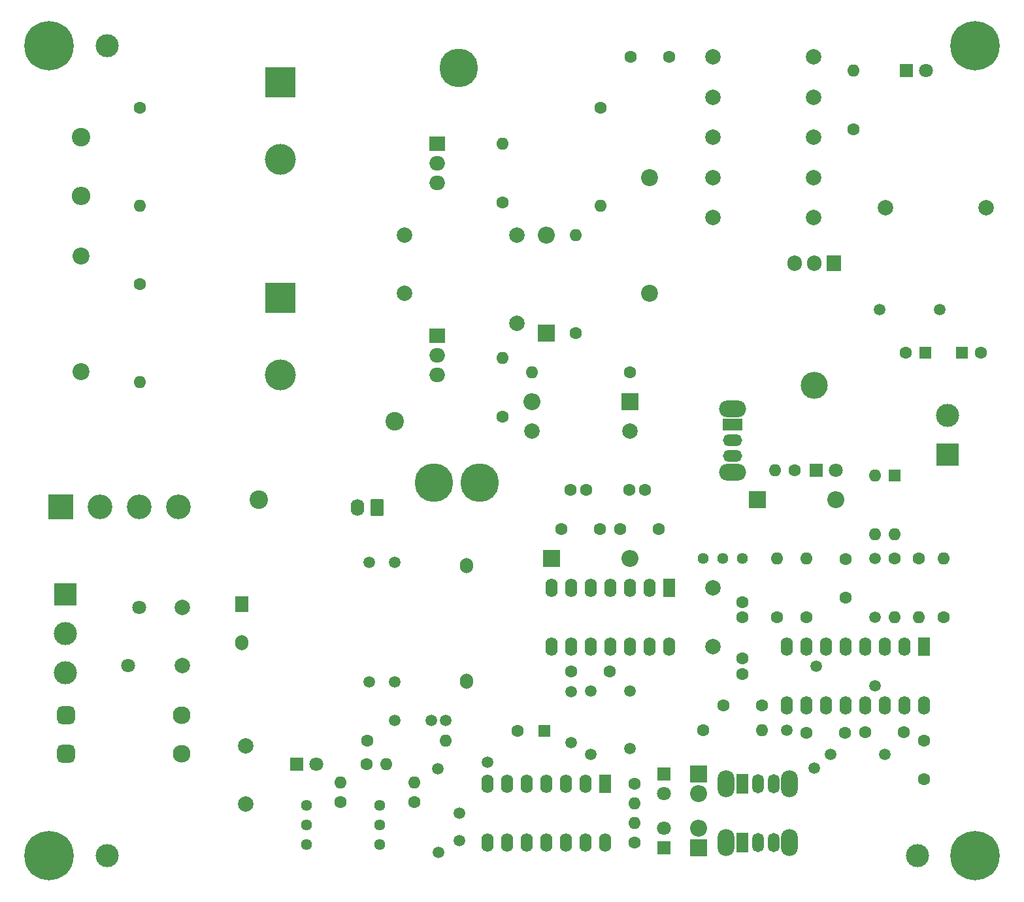
<source format=gbr>
%TF.GenerationSoftware,KiCad,Pcbnew,8.0.0*%
%TF.CreationDate,2024-06-30T22:05:54-03:00*%
%TF.ProjectId,tp4potencia,74703470-6f74-4656-9e63-69612e6b6963,0.4*%
%TF.SameCoordinates,Original*%
%TF.FileFunction,Soldermask,Top*%
%TF.FilePolarity,Negative*%
%FSLAX46Y46*%
G04 Gerber Fmt 4.6, Leading zero omitted, Abs format (unit mm)*
G04 Created by KiCad (PCBNEW 8.0.0) date 2024-06-30 22:05:54*
%MOMM*%
%LPD*%
G01*
G04 APERTURE LIST*
G04 Aperture macros list*
%AMRoundRect*
0 Rectangle with rounded corners*
0 $1 Rounding radius*
0 $2 $3 $4 $5 $6 $7 $8 $9 X,Y pos of 4 corners*
0 Add a 4 corners polygon primitive as box body*
4,1,4,$2,$3,$4,$5,$6,$7,$8,$9,$2,$3,0*
0 Add four circle primitives for the rounded corners*
1,1,$1+$1,$2,$3*
1,1,$1+$1,$4,$5*
1,1,$1+$1,$6,$7*
1,1,$1+$1,$8,$9*
0 Add four rect primitives between the rounded corners*
20,1,$1+$1,$2,$3,$4,$5,0*
20,1,$1+$1,$4,$5,$6,$7,0*
20,1,$1+$1,$6,$7,$8,$9,0*
20,1,$1+$1,$8,$9,$2,$3,0*%
%AMHorizOval*
0 Thick line with rounded ends*
0 $1 width*
0 $2 $3 position (X,Y) of the first rounded end (center of the circle)*
0 $4 $5 position (X,Y) of the second rounded end (center of the circle)*
0 Add line between two ends*
20,1,$1,$2,$3,$4,$5,0*
0 Add two circle primitives to create the rounded ends*
1,1,$1,$2,$3*
1,1,$1,$4,$5*%
G04 Aperture macros list end*
%ADD10R,1.600000X1.600000*%
%ADD11C,1.600000*%
%ADD12O,1.600000X1.600000*%
%ADD13RoundRect,0.575000X-0.575000X-0.575000X0.575000X-0.575000X0.575000X0.575000X-0.575000X0.575000X0*%
%ADD14C,2.300000*%
%ADD15C,6.400000*%
%ADD16R,2.000000X1.905000*%
%ADD17O,2.000000X1.905000*%
%ADD18R,4.000000X4.000000*%
%ADD19C,4.000000*%
%ADD20O,2.200000X3.500000*%
%ADD21R,1.500000X2.500000*%
%ADD22O,1.500000X2.500000*%
%ADD23C,5.000000*%
%ADD24RoundRect,0.250000X0.620000X0.845000X-0.620000X0.845000X-0.620000X-0.845000X0.620000X-0.845000X0*%
%ADD25O,1.740000X2.190000*%
%ADD26C,2.000000*%
%ADD27R,1.600000X2.400000*%
%ADD28O,1.600000X2.400000*%
%ADD29R,3.000000X3.000000*%
%ADD30C,3.000000*%
%ADD31O,3.500000X2.200000*%
%ADD32R,2.500000X1.500000*%
%ADD33O,2.500000X1.500000*%
%ADD34R,2.200000X2.200000*%
%ADD35O,2.200000X2.200000*%
%ADD36C,2.200000*%
%ADD37R,1.800000X1.800000*%
%ADD38C,1.800000*%
%ADD39C,2.400000*%
%ADD40HorizOval,2.400000X0.000000X0.000000X0.000000X0.000000X0*%
%ADD41R,1.700000X2.000000*%
%ADD42O,1.700000X2.000000*%
%ADD43C,1.440000*%
%ADD44O,3.500000X3.500000*%
%ADD45R,1.905000X2.000000*%
%ADD46O,1.905000X2.000000*%
%ADD47O,2.400000X2.400000*%
%ADD48R,3.200000X3.200000*%
%ADD49C,3.200000*%
%ADD50C,1.500000*%
G04 APERTURE END LIST*
D10*
%TO.C,C5*%
X205753621Y-72299999D03*
D11*
X208253621Y-72299999D03*
%TD*%
%TO.C,R16*%
X200205000Y-98970000D03*
D12*
X200205000Y-106590000D03*
%TD*%
D13*
%TO.C,F1*%
X89680000Y-119290000D03*
X89680000Y-124290000D03*
D14*
X104680000Y-119290000D03*
X104680000Y-124290000D03*
%TD*%
D15*
%TO.C,H3*%
X207500000Y-32500000D03*
%TD*%
D16*
%TO.C,Q1*%
X137820000Y-45200000D03*
D17*
X137820000Y-47740000D03*
X137820000Y-50280000D03*
%TD*%
D11*
%TO.C,R2*%
X158930000Y-40550000D03*
D12*
X158930000Y-53250000D03*
%TD*%
D11*
%TO.C,R10*%
X155755000Y-69760000D03*
D12*
X155755000Y-57060000D03*
%TD*%
D11*
%TO.C,C18*%
X179845000Y-118020000D03*
X174845000Y-118020000D03*
%TD*%
D18*
%TO.C,C10*%
X117500000Y-65172117D03*
D19*
X117500000Y-75172117D03*
%TD*%
D20*
%TO.C,SW2*%
X175245000Y-135800000D03*
X183445000Y-135800000D03*
D21*
X177345000Y-135800000D03*
D22*
X179345000Y-135800000D03*
X181345000Y-135800000D03*
%TD*%
D23*
%TO.C,HS1*%
X137320000Y-89120000D03*
X143320000Y-89120000D03*
X140570000Y-35370000D03*
%TD*%
D24*
%TO.C,TH2*%
X129974000Y-92346000D03*
D25*
X127434000Y-92346000D03*
%TD*%
D11*
%TO.C,R14*%
X197030000Y-98970000D03*
D12*
X197030000Y-106590000D03*
%TD*%
D26*
%TO.C,L1*%
X195864000Y-53504000D03*
X208864000Y-53504000D03*
%TD*%
D11*
%TO.C,R17*%
X172265000Y-121195000D03*
D12*
X179885000Y-121195000D03*
%TD*%
D27*
%TO.C,U4*%
X159565000Y-128180000D03*
D28*
X157025000Y-128180000D03*
X154485000Y-128180000D03*
X151945000Y-128180000D03*
X149405000Y-128180000D03*
X146865000Y-128180000D03*
X144325000Y-128180000D03*
X144325000Y-135800000D03*
X146865000Y-135800000D03*
X149405000Y-135800000D03*
X151945000Y-135800000D03*
X154485000Y-135800000D03*
X157025000Y-135800000D03*
X159565000Y-135800000D03*
%TD*%
D11*
%TO.C,C16*%
X162700000Y-90080000D03*
X164700000Y-90080000D03*
%TD*%
D18*
%TO.C,C9*%
X117500000Y-37232117D03*
D19*
X117500000Y-47232117D03*
%TD*%
D11*
%TO.C,R8*%
X99240000Y-63410000D03*
D12*
X99240000Y-76110000D03*
%TD*%
D26*
%TO.C,C7*%
X113000000Y-130750000D03*
X113000000Y-123250000D03*
%TD*%
D29*
%TO.C,J3*%
X203888000Y-85508000D03*
D30*
X203888000Y-80428000D03*
%TD*%
D29*
%TO.C,J2*%
X89570000Y-103620000D03*
D30*
X89570000Y-108700000D03*
X89570000Y-113780000D03*
%TD*%
D11*
%TO.C,R22*%
X163375000Y-135800000D03*
D12*
X163375000Y-133260000D03*
%TD*%
D16*
%TO.C,Q2*%
X137820000Y-70080000D03*
D17*
X137820000Y-72620000D03*
X137820000Y-75160000D03*
%TD*%
D31*
%TO.C,SW4*%
X176075000Y-79535000D03*
X176075000Y-87735000D03*
D32*
X176075000Y-81635000D03*
D33*
X176075000Y-83635000D03*
X176075000Y-85635000D03*
%TD*%
D11*
%TO.C,C23*%
X198260000Y-121500000D03*
X193260000Y-121500000D03*
%TD*%
D34*
%TO.C,D13*%
X171630000Y-136435000D03*
D35*
X171630000Y-133895000D03*
%TD*%
D34*
%TO.C,D11*%
X171630000Y-126910000D03*
D35*
X171630000Y-129450000D03*
%TD*%
D36*
%TO.C,C2*%
X165280000Y-64560000D03*
X165280000Y-49560000D03*
%TD*%
D11*
%TO.C,R13*%
X146230000Y-80555000D03*
D12*
X146230000Y-72935000D03*
%TD*%
D30*
%TO.C,FID2*%
X95000000Y-137500000D03*
%TD*%
D26*
%TO.C,T1*%
X173520000Y-49560000D03*
X186520000Y-49560000D03*
X173520000Y-44360000D03*
X173520000Y-39160000D03*
X186520000Y-39160000D03*
X173520000Y-54760000D03*
X173520000Y-33960000D03*
X186520000Y-54760000D03*
X186520000Y-44360000D03*
X186520000Y-33960000D03*
%TD*%
D11*
%TO.C,R18*%
X125275000Y-130495000D03*
D12*
X125275000Y-127955000D03*
%TD*%
D11*
%TO.C,R20*%
X128704000Y-122592000D03*
D12*
X138864000Y-122592000D03*
%TD*%
D11*
%TO.C,C22*%
X177345000Y-111940000D03*
X177345000Y-113940000D03*
%TD*%
%TO.C,R7*%
X99240000Y-40550000D03*
D12*
X99240000Y-53250000D03*
%TD*%
D36*
%TO.C,C8*%
X91620000Y-59720000D03*
X91620000Y-74720000D03*
%TD*%
D34*
%TO.C,D7*%
X152580000Y-98970000D03*
D35*
X162740000Y-98970000D03*
%TD*%
D27*
%TO.C,U3*%
X200850000Y-110410000D03*
D28*
X198310000Y-110410000D03*
X195770000Y-110410000D03*
X193230000Y-110410000D03*
X190690000Y-110410000D03*
X188150000Y-110410000D03*
X185610000Y-110410000D03*
X183070000Y-110410000D03*
X183070000Y-118030000D03*
X185610000Y-118030000D03*
X188150000Y-118030000D03*
X190690000Y-118030000D03*
X193230000Y-118030000D03*
X195770000Y-118030000D03*
X198310000Y-118030000D03*
X200850000Y-118030000D03*
%TD*%
D10*
%TO.C,U1*%
X197030000Y-88175000D03*
D12*
X194490000Y-88175000D03*
X194490000Y-95795000D03*
X197030000Y-95795000D03*
%TD*%
D37*
%TO.C,D10*%
X167185000Y-126910000D03*
D38*
X167185000Y-129450000D03*
%TD*%
D11*
%TO.C,R21*%
X134800000Y-130495000D03*
D12*
X134800000Y-127955000D03*
%TD*%
D37*
%TO.C,D2*%
X186865000Y-87540000D03*
D38*
X189405000Y-87540000D03*
%TD*%
D39*
%TO.C,R1*%
X132260000Y-81190000D03*
D40*
X114662364Y-91350000D03*
%TD*%
D11*
%TO.C,C15*%
X155080000Y-90080000D03*
X157080000Y-90080000D03*
%TD*%
%TO.C,C3*%
X162820000Y-33960000D03*
X167820000Y-33960000D03*
%TD*%
D30*
%TO.C,FID1*%
X95000000Y-32500000D03*
%TD*%
D11*
%TO.C,C14*%
X161470000Y-95160000D03*
X166470000Y-95160000D03*
%TD*%
D37*
%TO.C,D6*%
X119555000Y-125640000D03*
D38*
X122095000Y-125640000D03*
%TD*%
D34*
%TO.C,D9*%
X162740000Y-78650000D03*
D35*
X150040000Y-78650000D03*
%TD*%
D15*
%TO.C,H6*%
X87500000Y-32500000D03*
%TD*%
D26*
%TO.C,TH1*%
X104800000Y-112840000D03*
X104800000Y-105340000D03*
%TD*%
D11*
%TO.C,R9*%
X128675000Y-125640000D03*
D12*
X131215000Y-125640000D03*
%TD*%
D41*
%TO.C,PS1*%
X112502500Y-104847349D03*
D42*
X112502500Y-109847349D03*
X141582500Y-99847349D03*
X141582500Y-114847349D03*
%TD*%
D20*
%TO.C,SW3*%
X175245000Y-128180000D03*
X183445000Y-128180000D03*
D21*
X177345000Y-128180000D03*
D22*
X179345000Y-128180000D03*
X181345000Y-128180000D03*
%TD*%
D15*
%TO.C,H4*%
X87500000Y-137500000D03*
%TD*%
D11*
%TO.C,C17*%
X200840000Y-122545000D03*
X200840000Y-127545000D03*
%TD*%
%TO.C,C19*%
X185600000Y-121576000D03*
X190600000Y-121576000D03*
%TD*%
D34*
%TO.C,D8*%
X151945000Y-69760000D03*
D35*
X151945000Y-57060000D03*
%TD*%
D11*
%TO.C,RDT1*%
X185610000Y-106600000D03*
D12*
X185610000Y-98980000D03*
%TD*%
D11*
%TO.C,R12*%
X146230000Y-52820000D03*
D12*
X146230000Y-45200000D03*
%TD*%
D11*
%TO.C,R4*%
X184105000Y-87540000D03*
D12*
X181565000Y-87540000D03*
%TD*%
D11*
%TO.C,C20*%
X190690000Y-104020000D03*
X190690000Y-99020000D03*
%TD*%
D38*
%TO.C,RV1*%
X99150000Y-105340000D03*
X97750000Y-112840000D03*
%TD*%
D43*
%TO.C,RVfq1*%
X177355000Y-98970000D03*
X174815000Y-98970000D03*
X172275000Y-98970000D03*
%TD*%
D37*
%TO.C,D4*%
X198549000Y-35724000D03*
D38*
X201089000Y-35724000D03*
%TD*%
D11*
%TO.C,R5*%
X191696000Y-43344000D03*
D12*
X191696000Y-35724000D03*
%TD*%
D11*
%TO.C,R11*%
X162740000Y-74840000D03*
D12*
X150040000Y-74840000D03*
%TD*%
D11*
%TO.C,C13*%
X153850000Y-95160000D03*
X158850000Y-95160000D03*
%TD*%
%TO.C,R19*%
X163375000Y-128180000D03*
D12*
X163375000Y-130720000D03*
%TD*%
D11*
%TO.C,Rfq1*%
X181800000Y-106600000D03*
D12*
X181800000Y-98980000D03*
%TD*%
D27*
%TO.C,U2*%
X167820000Y-102780000D03*
D28*
X165280000Y-102780000D03*
X162740000Y-102780000D03*
X160200000Y-102780000D03*
X157660000Y-102780000D03*
X155120000Y-102780000D03*
X152580000Y-102780000D03*
X152580000Y-110400000D03*
X155120000Y-110400000D03*
X157660000Y-110400000D03*
X160200000Y-110400000D03*
X162740000Y-110400000D03*
X165280000Y-110400000D03*
X167820000Y-110400000D03*
%TD*%
D44*
%TO.C,D1*%
X186616000Y-76510000D03*
D45*
X189156000Y-60710000D03*
D46*
X186616000Y-60710000D03*
X184076000Y-60710000D03*
%TD*%
D11*
%TO.C,R15*%
X203380000Y-106590000D03*
D12*
X203380000Y-98970000D03*
%TD*%
D34*
%TO.C,D3*%
X179250000Y-91350000D03*
D35*
X189410000Y-91350000D03*
%TD*%
D11*
%TO.C,C11*%
X155160000Y-113575000D03*
X160160000Y-113575000D03*
%TD*%
D39*
%TO.C,R6*%
X91620000Y-44360000D03*
D47*
X91620000Y-51980000D03*
%TD*%
D37*
%TO.C,D12*%
X167185000Y-136435000D03*
D38*
X167185000Y-133895000D03*
%TD*%
D10*
%TO.C,C12*%
X151692651Y-121322000D03*
D11*
X148192651Y-121322000D03*
%TD*%
D43*
%TO.C,RV3*%
X130355000Y-130950000D03*
X130355000Y-133490000D03*
X130355000Y-136030000D03*
%TD*%
D11*
%TO.C,C21*%
X177345000Y-106590000D03*
X177345000Y-104590000D03*
%TD*%
D43*
%TO.C,RV2*%
X120830000Y-130920000D03*
X120830000Y-133460000D03*
X120830000Y-136000000D03*
%TD*%
D10*
%TO.C,C6*%
X201006380Y-72300000D03*
D11*
X198506380Y-72300000D03*
%TD*%
D15*
%TO.C,H5*%
X207500000Y-137500000D03*
%TD*%
D30*
%TO.C,FID3*%
X200000000Y-137500000D03*
%TD*%
D48*
%TO.C,D5*%
X89050000Y-92270000D03*
D49*
X94130000Y-92270000D03*
X99210000Y-92270000D03*
X104290000Y-92270000D03*
%TD*%
D26*
X148135000Y-57060000D03*
X133530000Y-57060000D03*
X148135000Y-68490000D03*
X133530000Y-64560000D03*
D50*
X140642000Y-131990000D03*
X140642000Y-135546000D03*
D26*
X173535000Y-102780000D03*
X173535000Y-110400000D03*
D50*
X155120000Y-122846000D03*
X186870000Y-112940000D03*
X155120000Y-116242000D03*
X194490000Y-115480000D03*
X186616000Y-126148000D03*
X183060000Y-121195000D03*
X132260000Y-119925000D03*
X132260000Y-99478000D03*
D26*
X162740000Y-82460000D03*
D50*
X144325000Y-125386000D03*
X138864000Y-119925000D03*
X132260000Y-114972000D03*
X137022500Y-119925000D03*
D26*
X150040000Y-82460000D03*
D50*
X195125000Y-66712000D03*
X202872000Y-66712000D03*
X194490000Y-98970000D03*
X194490000Y-106590000D03*
X157660000Y-116115000D03*
X157660000Y-124370000D03*
X195760000Y-124370000D03*
X188775000Y-124370000D03*
X162740000Y-123578000D03*
X162740000Y-116115000D03*
X137975000Y-137070000D03*
X128958000Y-114972000D03*
X137848000Y-126251000D03*
X128958000Y-99478000D03*
M02*

</source>
